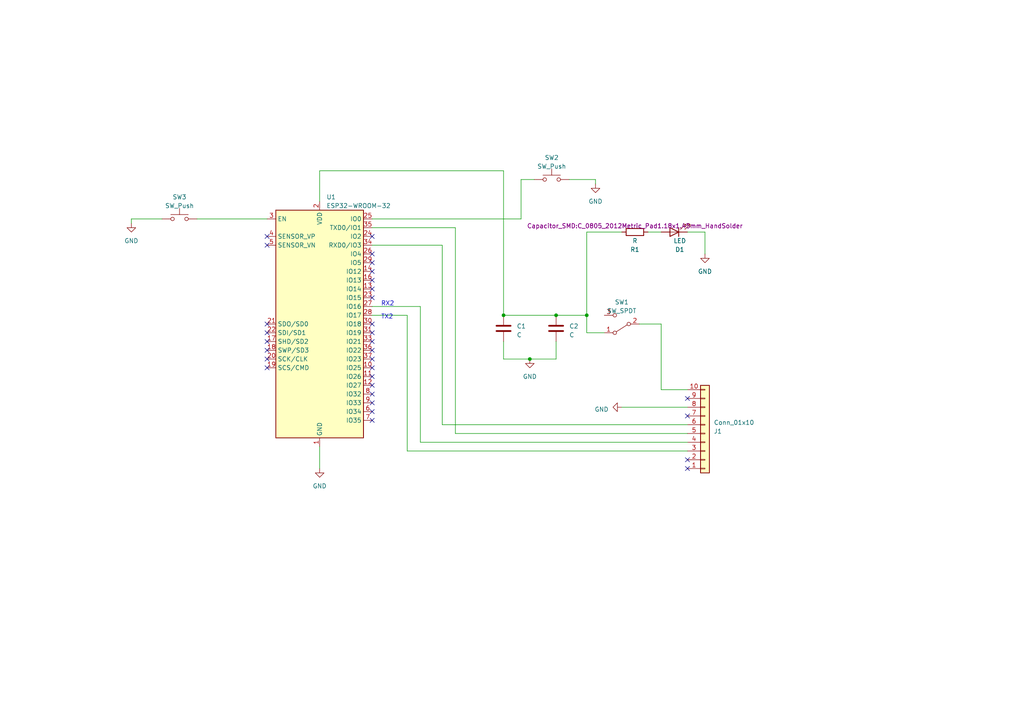
<source format=kicad_sch>
(kicad_sch (version 20230121) (generator eeschema)
  (paper "A4")
  (lib_symbols
    (symbol "Connector_Generic:Conn_01x10" (pin_names (offset 1.016) hide)
      (property "Reference" "J" (at 0 12.7 0))
      (property "Value" "Conn_01x10" (at 0 -15.24 0))
      (symbol "Conn_01x10_1_1"
        (rectangle (start -1.27 -12.573) (end 0 -12.827) (stroke (width 0.1524)))
        (rectangle (start -1.27 -10.033) (end 0 -10.287) (stroke (width 0.1524)))
        (rectangle (start -1.27 -7.493) (end 0 -7.747) (stroke (width 0.1524)))
        (rectangle (start -1.27 -4.953) (end 0 -5.207) (stroke (width 0.1524)))
        (rectangle (start -1.27 -2.413) (end 0 -2.667) (stroke (width 0.1524)))
        (rectangle (start -1.27 0.127) (end 0 -0.127) (stroke (width 0.1524)))
        (rectangle (start -1.27 2.667) (end 0 2.413) (stroke (width 0.1524)))
        (rectangle (start -1.27 5.207) (end 0 4.953) (stroke (width 0.1524)))
        (rectangle (start -1.27 7.747) (end 0 7.493) (stroke (width 0.1524)))
        (rectangle (start -1.27 10.287) (end 0 10.033) (stroke (width 0.1524)))
        (rectangle (start -1.27 11.43) (end 1.27 -13.97) (stroke (width 0.254)) (fill (type background)))
        (pin passive line (at -5.08 10.16 0) (length 3.81) (name "Pin_1") (number "1"))
        (pin passive line (at -5.08 -12.7 0) (length 3.81) (name "Pin_10") (number "10"))
        (pin passive line (at -5.08 7.62 0) (length 3.81) (name "Pin_2") (number "2"))
        (pin passive line (at -5.08 5.08 0) (length 3.81) (name "Pin_3") (number "3"))
        (pin passive line (at -5.08 2.54 0) (length 3.81) (name "Pin_4") (number "4"))
        (pin passive line (at -5.08 0 0) (length 3.81) (name "Pin_5") (number "5"))
        (pin passive line (at -5.08 -2.54 0) (length 3.81) (name "Pin_6") (number "6"))
        (pin passive line (at -5.08 -5.08 0) (length 3.81) (name "Pin_7") (number "7"))
        (pin passive line (at -5.08 -7.62 0) (length 3.81) (name "Pin_8") (number "8"))
        (pin passive line (at -5.08 -10.16 0) (length 3.81) (name "Pin_9") (number "9"))
      )
    )
    (symbol "Device:C" (pin_numbers hide) (pin_names (offset 0.254))
      (property "Reference" "C" (at 0.635 2.54 0))
      (property "Value" "C" (at 0.635 -2.54 0))
      (symbol "C_0_1"
        (polyline (pts (xy -2.032 -0.762) (xy 2.032 -0.762)) (stroke (width 0.508)))
        (polyline (pts (xy -2.032 0.762) (xy 2.032 0.762)) (stroke (width 0.508)))
      )
      (symbol "C_1_1"
        (pin passive line (at 0 3.81 270) (length 2.794) (name "~") (number "1"))
        (pin passive line (at 0 -3.81 90) (length 2.794) (name "~") (number "2"))
      )
    )
    (symbol "Device:LED" (pin_numbers hide) (pin_names (offset 1.016) hide)
      (property "Reference" "D" (at 0 2.54 0))
      (property "Value" "LED" (at 0 -2.54 0))
      (symbol "LED_0_1"
        (polyline (pts (xy -1.27 -1.27) (xy -1.27 1.27)) (stroke (width 0.254)))
        (polyline (pts (xy -1.27 0) (xy 1.27 0)))
        (polyline (pts (xy 1.27 -1.27) (xy 1.27 1.27) (xy -1.27 0) (xy 1.27 -1.27)) (stroke (width 0.254)))
        (polyline (pts (xy -3.048 -0.762) (xy -4.572 -2.286) (xy -3.81 -2.286) (xy -4.572 -2.286) (xy -4.572 -1.524)))
        (polyline (pts (xy -1.778 -0.762) (xy -3.302 -2.286) (xy -2.54 -2.286) (xy -3.302 -2.286) (xy -3.302 -1.524)))
      )
      (symbol "LED_1_1"
        (pin passive line (at -3.81 0 0) (length 2.54) (name "K") (number "1"))
        (pin passive line (at 3.81 0 180) (length 2.54) (name "A") (number "2"))
      )
    )
    (symbol "Device:R" (pin_numbers hide) (pin_names (offset 0))
      (property "Reference" "R" (at 2.032 0 90))
      (property "Value" "R" (at 0 0 90))
      (symbol "R_0_1"
        (rectangle (start -1.016 -2.54) (end 1.016 2.54) (stroke (width 0.254)))
      )
      (symbol "R_1_1"
        (pin passive line (at 0 3.81 270) (length 1.27) (name "~") (number "1"))
        (pin passive line (at 0 -3.81 90) (length 1.27) (name "~") (number "2"))
      )
    )
    (symbol "RF_Module:ESP32-WROOM-32"
      (property "Reference" "U" (at -12.7 34.29 0))
      (property "Value" "ESP32-WROOM-32" (at 1.27 34.29 0))
      (symbol "ESP32-WROOM-32_0_1"
        (rectangle (start -12.7 33.02) (end 12.7 -33.02) (stroke (width 0.254)) (fill (type background)))
      )
      (symbol "ESP32-WROOM-32_1_1"
        (pin power_in line (at 0 -35.56 90) (length 2.54) (name "GND") (number "1"))
        (pin bidirectional line (at 15.24 -12.7 180) (length 2.54) (name "IO25") (number "10"))
        (pin bidirectional line (at 15.24 -15.24 180) (length 2.54) (name "IO26") (number "11"))
        (pin bidirectional line (at 15.24 -17.78 180) (length 2.54) (name "IO27") (number "12"))
        (pin bidirectional line (at 15.24 10.16 180) (length 2.54) (name "IO14") (number "13"))
        (pin bidirectional line (at 15.24 15.24 180) (length 2.54) (name "IO12") (number "14"))
        (pin passive line (at 0 -35.56 90) (length 2.54) hide (name "GND") (number "15"))
        (pin bidirectional line (at 15.24 12.7 180) (length 2.54) (name "IO13") (number "16"))
        (pin bidirectional line (at -15.24 -5.08 0) (length 2.54) (name "SHD/SD2") (number "17"))
        (pin bidirectional line (at -15.24 -7.62 0) (length 2.54) (name "SWP/SD3") (number "18"))
        (pin bidirectional line (at -15.24 -12.7 0) (length 2.54) (name "SCS/CMD") (number "19"))
        (pin power_in line (at 0 35.56 270) (length 2.54) (name "VDD") (number "2"))
        (pin bidirectional line (at -15.24 -10.16 0) (length 2.54) (name "SCK/CLK") (number "20"))
        (pin bidirectional line (at -15.24 0 0) (length 2.54) (name "SDO/SD0") (number "21"))
        (pin bidirectional line (at -15.24 -2.54 0) (length 2.54) (name "SDI/SD1") (number "22"))
        (pin bidirectional line (at 15.24 7.62 180) (length 2.54) (name "IO15") (number "23"))
        (pin bidirectional line (at 15.24 25.4 180) (length 2.54) (name "IO2") (number "24"))
        (pin bidirectional line (at 15.24 30.48 180) (length 2.54) (name "IO0") (number "25"))
        (pin bidirectional line (at 15.24 20.32 180) (length 2.54) (name "IO4") (number "26"))
        (pin bidirectional line (at 15.24 5.08 180) (length 2.54) (name "IO16") (number "27"))
        (pin bidirectional line (at 15.24 2.54 180) (length 2.54) (name "IO17") (number "28"))
        (pin bidirectional line (at 15.24 17.78 180) (length 2.54) (name "IO5") (number "29"))
        (pin input line (at -15.24 30.48 0) (length 2.54) (name "EN") (number "3"))
        (pin bidirectional line (at 15.24 0 180) (length 2.54) (name "IO18") (number "30"))
        (pin bidirectional line (at 15.24 -2.54 180) (length 2.54) (name "IO19") (number "31"))
        (pin no_connect line (at -12.7 -27.94 0) (length 2.54) hide (name "NC") (number "32"))
        (pin bidirectional line (at 15.24 -5.08 180) (length 2.54) (name "IO21") (number "33"))
        (pin bidirectional line (at 15.24 22.86 180) (length 2.54) (name "RXD0/IO3") (number "34"))
        (pin bidirectional line (at 15.24 27.94 180) (length 2.54) (name "TXD0/IO1") (number "35"))
        (pin bidirectional line (at 15.24 -7.62 180) (length 2.54) (name "IO22") (number "36"))
        (pin bidirectional line (at 15.24 -10.16 180) (length 2.54) (name "IO23") (number "37"))
        (pin passive line (at 0 -35.56 90) (length 2.54) hide (name "GND") (number "38"))
        (pin passive line (at 0 -35.56 90) (length 2.54) hide (name "GND") (number "39"))
        (pin input line (at -15.24 25.4 0) (length 2.54) (name "SENSOR_VP") (number "4"))
        (pin input line (at -15.24 22.86 0) (length 2.54) (name "SENSOR_VN") (number "5"))
        (pin input line (at 15.24 -25.4 180) (length 2.54) (name "IO34") (number "6"))
        (pin input line (at 15.24 -27.94 180) (length 2.54) (name "IO35") (number "7"))
        (pin bidirectional line (at 15.24 -20.32 180) (length 2.54) (name "IO32") (number "8"))
        (pin bidirectional line (at 15.24 -22.86 180) (length 2.54) (name "IO33") (number "9"))
      )
    )
    (symbol "Switch:SW_Push" (pin_numbers hide) (pin_names (offset 1.016) hide)
      (property "Reference" "SW" (at 1.27 2.54 0))
      (property "Value" "SW_Push" (at 0 -1.524 0))
      (symbol "SW_Push_0_1"
        (circle (center -2.032 0) (radius 0.508))
        (polyline (pts (xy 0 1.27) (xy 0 3.048)))
        (polyline (pts (xy 2.54 1.27) (xy -2.54 1.27)))
        (circle (center 2.032 0) (radius 0.508))
        (pin passive line (at -5.08 0 0) (length 2.54) (name "1") (number "1"))
        (pin passive line (at 5.08 0 180) (length 2.54) (name "2") (number "2"))
      )
    )
    (symbol "Switch:SW_SPDT" (pin_names (offset 0) hide)
      (property "Reference" "SW" (at 0 4.318 0))
      (property "Value" "SW_SPDT" (at 0 -5.08 0))
      (symbol "SW_SPDT_0_0"
        (circle (center -2.032 0) (radius 0.508))
        (circle (center 2.032 -2.54) (radius 0.508))
      )
      (symbol "SW_SPDT_0_1"
        (polyline (pts (xy -1.524 0.254) (xy 1.651 2.286)))
        (circle (center 2.032 2.54) (radius 0.508))
      )
      (symbol "SW_SPDT_1_1"
        (pin passive line (at 5.08 2.54 180) (length 2.54) (name "A") (number "1"))
        (pin passive line (at -5.08 0 0) (length 2.54) (name "B") (number "2"))
        (pin passive line (at 5.08 -2.54 180) (length 2.54) (name "C") (number "3"))
      )
    )
    (symbol "power:GND" (power) (pin_names (offset 0))
      (property "Value" "GND" (at 0 -3.81 0))
      (symbol "GND_0_1"
        (polyline (pts (xy 0 0) (xy 0 -1.27) (xy 1.27 -1.27) (xy 0 -2.54) (xy -1.27 -1.27) (xy 0 -1.27)))
      )
      (symbol "GND_1_1"
        (pin power_in line (at 0 0 270) (length 0) hide (name "GND") (number "1"))
      )
    )
  )
  (junction (at 153.67 104.14))
  (junction (at 170.18 91.44))
  (junction (at 146.05 91.44))
  (junction (at 161.29 91.44))
  (no_connect (at 77.47 71.12))
  (no_connect (at 107.95 96.52))
  (no_connect (at 77.47 99.06))
  (no_connect (at 107.95 78.74))
  (no_connect (at 107.95 86.36))
  (no_connect (at 107.95 114.3))
  (no_connect (at 107.95 101.6))
  (no_connect (at 107.95 111.76))
  (no_connect (at 107.95 73.66))
  (no_connect (at 77.47 93.98))
  (no_connect (at 107.95 109.22))
  (no_connect (at 199.39 120.65))
  (no_connect (at 199.39 135.89))
  (no_connect (at 77.47 104.14))
  (no_connect (at 107.95 104.14))
  (no_connect (at 107.95 83.82))
  (no_connect (at 77.47 96.52))
  (no_connect (at 107.95 99.06))
  (no_connect (at 107.95 68.58))
  (no_connect (at 107.95 76.2))
  (no_connect (at 107.95 106.68))
  (no_connect (at 107.95 119.38))
  (no_connect (at 107.95 93.98))
  (no_connect (at 107.95 116.84))
  (no_connect (at 77.47 101.6))
  (no_connect (at 77.47 106.68))
  (no_connect (at 199.39 115.57))
  (no_connect (at 77.47 68.58))
  (no_connect (at 107.95 81.28))
  (no_connect (at 199.39 133.35))
  (no_connect (at 107.95 121.92))
  (wire (pts (xy 118.11 91.44) (xy 118.11 130.81)))
  (wire (pts (xy 191.77 67.31) (xy 187.96 67.31)))
  (wire (pts (xy 118.11 130.81) (xy 199.39 130.81)))
  (wire (pts (xy 92.71 58.42) (xy 92.71 49.53)))
  (wire (pts (xy 199.39 123.19) (xy 128.27 123.19)))
  (wire (pts (xy 151.13 52.07) (xy 154.94 52.07)))
  (wire (pts (xy 92.71 129.54) (xy 92.71 135.89)))
  (wire (pts (xy 146.05 49.53) (xy 146.05 91.44)))
  (wire (pts (xy 180.34 118.11) (xy 199.39 118.11)))
  (wire (pts (xy 191.77 93.98) (xy 191.77 113.03)))
  (wire (pts (xy 185.42 93.98) (xy 191.77 93.98)))
  (wire (pts (xy 161.29 104.14) (xy 153.67 104.14)))
  (wire (pts (xy 199.39 67.31) (xy 204.47 67.31)))
  (wire (pts (xy 151.13 63.5) (xy 151.13 52.07)))
  (wire (pts (xy 175.26 96.52) (xy 170.18 96.52)))
  (wire (pts (xy 172.72 52.07) (xy 172.72 53.34)))
  (wire (pts (xy 161.29 91.44) (xy 170.18 91.44)))
  (wire (pts (xy 146.05 104.14) (xy 153.67 104.14)))
  (wire (pts (xy 121.92 88.9) (xy 121.92 128.27)))
  (wire (pts (xy 199.39 125.73) (xy 132.08 125.73)))
  (wire (pts (xy 107.95 91.44) (xy 118.11 91.44)))
  (wire (pts (xy 191.77 113.03) (xy 199.39 113.03)))
  (wire (pts (xy 165.1 52.07) (xy 172.72 52.07)))
  (wire (pts (xy 107.95 63.5) (xy 151.13 63.5)))
  (wire (pts (xy 146.05 99.06) (xy 146.05 104.14)))
  (wire (pts (xy 121.92 88.9) (xy 107.95 88.9)))
  (wire (pts (xy 170.18 96.52) (xy 170.18 91.44)))
  (wire (pts (xy 38.1 63.5) (xy 38.1 64.77)))
  (wire (pts (xy 92.71 49.53) (xy 146.05 49.53)))
  (wire (pts (xy 170.18 67.31) (xy 170.18 91.44)))
  (wire (pts (xy 204.47 67.31) (xy 204.47 73.66)))
  (wire (pts (xy 161.29 99.06) (xy 161.29 104.14)))
  (wire (pts (xy 128.27 71.12) (xy 107.95 71.12)))
  (wire (pts (xy 199.39 128.27) (xy 121.92 128.27)))
  (wire (pts (xy 180.34 67.31) (xy 170.18 67.31)))
  (wire (pts (xy 128.27 123.19) (xy 128.27 71.12)))
  (wire (pts (xy 46.99 63.5) (xy 38.1 63.5)))
  (wire (pts (xy 57.15 63.5) (xy 77.47 63.5)))
  (wire (pts (xy 132.08 66.04) (xy 132.08 125.73)))
  (wire (pts (xy 107.95 66.04) (xy 132.08 66.04)))
  (wire (pts (xy 146.05 91.44) (xy 161.29 91.44)))
  (text "TX2" (at 110.49 92.71 0) (effects (font (size 1.27 1.27)) (justify left bottom)))
  (text "RX2\n" (at 110.49 88.9 0) (effects (font (size 1.27 1.27)) (justify left bottom)))
  (symbol (lib_id "RF_Module:ESP32-WROOM-32") (at 92.71 93.98 0) (unit 1)
    (property "Reference" "U1" (at 94.6659 57.15 0) (effects (justify left)))
    (property "Value" "ESP32-WROOM-32" (at 94.6659 59.69 0) (effects (justify left)))
    (property "Footprint" "RF_Module:ESP32-WROOM-32U" (effects hide))
    (property "Datasheet" "https://www.espressif.com/sites/default/files/documentation/esp32-wroom-32_datasheet_en.pdf" (effects hide))
  )
  (symbol (lib_id "Switch:SW_Push") (at 160.02 52.07 0) (unit 1)
    (property "Reference" "SW2" (at 160.02 45.72 0))
    (property "Value" "SW_Push" (at 160.02 48.26 0))
    (property "Footprint" "Button_Switch_SMD:SW_SPST_EVQPE1" (effects hide))
  )
  (symbol (lib_id "power:GND") (at 180.34 118.11 270) (unit 1)
    (property "Reference" "#PWR06" (effects hide))
    (property "Value" "GND" (at 176.53 118.745 90) (effects (justify right)))
  )
  (symbol (lib_id "power:GND") (at 92.71 135.89 0) (unit 1)
    (property "Reference" "#PWR02" (effects hide))
    (property "Value" "GND" (at 92.71 140.97 0))
  )
  (symbol (lib_id "Device:C") (at 161.29 95.25 0) (unit 1)
    (property "Reference" "C2" (at 165.1 94.615 0) (effects (justify left)))
    (property "Value" "C" (at 165.1 97.155 0) (effects (justify left)))
    (property "Footprint" "Capacitor_SMD:C_0805_2012Metric_Pad1.18x1.45mm_HandSolder" (effects hide))
  )
  (symbol (lib_id "power:GND") (at 38.1 64.77 0) (unit 1)
    (property "Reference" "#PWR01" (effects hide))
    (property "Value" "GND" (at 38.1 69.85 0))
  )
  (symbol (lib_id "Device:C") (at 146.05 95.25 0) (unit 1)
    (property "Reference" "C1" (at 149.86 94.615 0) (effects (justify left)))
    (property "Value" "C" (at 149.86 97.155 0) (effects (justify left)))
    (property "Footprint" "Capacitor_SMD:C_0805_2012Metric_Pad1.18x1.45mm_HandSolder" (effects hide))
  )
  (symbol (lib_id "Connector_Generic:Conn_01x10") (at 204.47 125.73 0) (mirror x) (unit 1)
    (property "Reference" "J1" (at 207.01 125.095 0) (effects (justify left)))
    (property "Value" "Conn_01x10" (at 207.01 122.555 0) (effects (justify left)))
    (property "Footprint" "Library:PinHeader_1x10_P2.54mm_Vertical_largo" (effects hide))
  )
  (symbol (lib_id "Switch:SW_Push") (at 52.07 63.5 0) (unit 1)
    (property "Reference" "SW3" (at 52.07 57.15 0))
    (property "Value" "SW_Push" (at 52.07 59.69 0))
    (property "Footprint" "Button_Switch_SMD:SW_SPST_EVQPE1" (effects hide))
  )
  (symbol (lib_id "Switch:SW_SPDT") (at 180.34 93.98 180) (unit 1)
    (property "Reference" "SW1" (at 180.34 87.63 0))
    (property "Value" "SW_SPDT" (at 180.34 90.17 0))
    (property "Footprint" "Button_Switch_SMD:SW_SPDT_PCM12" (effects hide))
  )
  (symbol (lib_id "Device:LED") (at 195.58 67.31 180) (unit 1)
    (property "Reference" "D1" (at 197.1675 72.39 0))
    (property "Value" "LED" (at 197.1675 69.85 0))
    (property "Footprint" "Capacitor_SMD:C_0805_2012Metric_Pad1.18x1.45mm_HandSolder" (effects hide))
  )
  (symbol (lib_id "power:GND") (at 172.72 53.34 0) (unit 1)
    (property "Reference" "#PWR05" (effects hide))
    (property "Value" "GND" (at 172.72 58.42 0))
  )
  (symbol (lib_id "Device:R") (at 184.15 67.31 270) (unit 1)
    (property "Reference" "R1" (at 184.15 72.39 90))
    (property "Value" "R" (at 184.15 69.85 90))
    (property "Footprint" "Capacitor_SMD:C_0805_2012Metric_Pad1.18x1.45mm_HandSolder" (at 184.15 65.532 90))
  )
  (symbol (lib_id "power:GND") (at 153.67 104.14 0) (unit 1)
    (property "Reference" "#PWR03" (effects hide))
    (property "Value" "GND" (at 153.67 109.22 0))
  )
  (symbol (lib_id "power:GND") (at 204.47 73.66 0) (unit 1)
    (property "Reference" "#PWR04" (effects hide))
    (property "Value" "GND" (at 204.47 78.74 0))
  )
)
</source>
